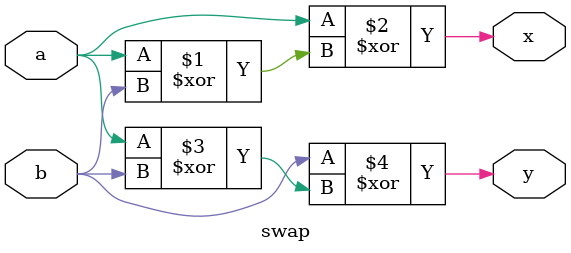
<source format=v>
module swap(input a,b, output x,y);
  assign x = a ^ (a ^ b );
  assign y = b ^ (a ^ b );
endmodule
</source>
